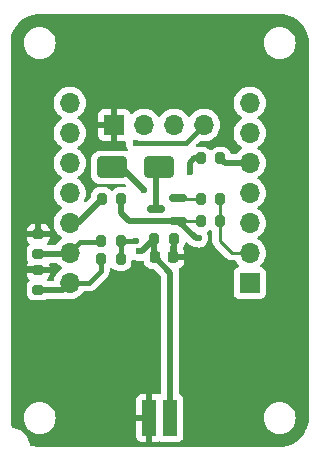
<source format=gbl>
G04 #@! TF.GenerationSoftware,KiCad,Pcbnew,7.0.5*
G04 #@! TF.CreationDate,2023-12-03T19:54:15+09:00*
G04 #@! TF.ProjectId,Misawa_DistanceSensor,4d697361-7761-45f4-9469-7374616e6365,v1.0*
G04 #@! TF.SameCoordinates,Original*
G04 #@! TF.FileFunction,Copper,L2,Bot*
G04 #@! TF.FilePolarity,Positive*
%FSLAX46Y46*%
G04 Gerber Fmt 4.6, Leading zero omitted, Abs format (unit mm)*
G04 Created by KiCad (PCBNEW 7.0.5) date 2023-12-03 19:54:15*
%MOMM*%
%LPD*%
G01*
G04 APERTURE LIST*
G04 Aperture macros list*
%AMRoundRect*
0 Rectangle with rounded corners*
0 $1 Rounding radius*
0 $2 $3 $4 $5 $6 $7 $8 $9 X,Y pos of 4 corners*
0 Add a 4 corners polygon primitive as box body*
4,1,4,$2,$3,$4,$5,$6,$7,$8,$9,$2,$3,0*
0 Add four circle primitives for the rounded corners*
1,1,$1+$1,$2,$3*
1,1,$1+$1,$4,$5*
1,1,$1+$1,$6,$7*
1,1,$1+$1,$8,$9*
0 Add four rect primitives between the rounded corners*
20,1,$1+$1,$2,$3,$4,$5,0*
20,1,$1+$1,$4,$5,$6,$7,0*
20,1,$1+$1,$6,$7,$8,$9,0*
20,1,$1+$1,$8,$9,$2,$3,0*%
G04 Aperture macros list end*
G04 #@! TA.AperFunction,ComponentPad*
%ADD10R,1.700000X1.700000*%
G04 #@! TD*
G04 #@! TA.AperFunction,ComponentPad*
%ADD11O,1.700000X1.700000*%
G04 #@! TD*
G04 #@! TA.AperFunction,SMDPad,CuDef*
%ADD12RoundRect,0.200000X-0.200000X-0.275000X0.200000X-0.275000X0.200000X0.275000X-0.200000X0.275000X0*%
G04 #@! TD*
G04 #@! TA.AperFunction,SMDPad,CuDef*
%ADD13RoundRect,0.200000X0.200000X0.275000X-0.200000X0.275000X-0.200000X-0.275000X0.200000X-0.275000X0*%
G04 #@! TD*
G04 #@! TA.AperFunction,SMDPad,CuDef*
%ADD14RoundRect,0.200000X0.275000X-0.200000X0.275000X0.200000X-0.275000X0.200000X-0.275000X-0.200000X0*%
G04 #@! TD*
G04 #@! TA.AperFunction,SMDPad,CuDef*
%ADD15RoundRect,0.225000X-0.225000X-0.250000X0.225000X-0.250000X0.225000X0.250000X-0.225000X0.250000X0*%
G04 #@! TD*
G04 #@! TA.AperFunction,SMDPad,CuDef*
%ADD16RoundRect,0.250000X-1.000000X-0.650000X1.000000X-0.650000X1.000000X0.650000X-1.000000X0.650000X0*%
G04 #@! TD*
G04 #@! TA.AperFunction,SMDPad,CuDef*
%ADD17RoundRect,0.150000X0.587500X0.150000X-0.587500X0.150000X-0.587500X-0.150000X0.587500X-0.150000X0*%
G04 #@! TD*
G04 #@! TA.AperFunction,SMDPad,CuDef*
%ADD18R,1.250000X3.050000*%
G04 #@! TD*
G04 #@! TA.AperFunction,ViaPad*
%ADD19C,0.600000*%
G04 #@! TD*
G04 #@! TA.AperFunction,Conductor*
%ADD20C,0.500000*%
G04 #@! TD*
G04 #@! TA.AperFunction,Conductor*
%ADD21C,0.250000*%
G04 #@! TD*
G04 #@! TA.AperFunction,Conductor*
%ADD22C,0.400000*%
G04 #@! TD*
G04 APERTURE END LIST*
D10*
X124320000Y-119030000D03*
D11*
X124320000Y-116490000D03*
X124320000Y-113950000D03*
X124320000Y-111410000D03*
X124320000Y-108870000D03*
X124320000Y-106330000D03*
X124320000Y-103790000D03*
X109080000Y-103790000D03*
X109080000Y-106330000D03*
X109080000Y-108870000D03*
X109080000Y-111410000D03*
X109080000Y-113950000D03*
X109080000Y-116490000D03*
X109080000Y-119030000D03*
D12*
X120167500Y-113823000D03*
X121817500Y-113823000D03*
X120193000Y-111918000D03*
X121843000Y-111918000D03*
X111748000Y-115474000D03*
X113398000Y-115474000D03*
D13*
X121843000Y-108489000D03*
X120193000Y-108489000D03*
D14*
X106413000Y-116553000D03*
X106413000Y-114903000D03*
D12*
X116256000Y-115347000D03*
X117906000Y-115347000D03*
D15*
X116293000Y-116871000D03*
X117843000Y-116871000D03*
D14*
X106413000Y-119601000D03*
X106413000Y-117951000D03*
D16*
X112668000Y-109251000D03*
X116668000Y-109251000D03*
D13*
X113398000Y-116998000D03*
X111748000Y-116998000D03*
X113461000Y-111918000D03*
X111811000Y-111918000D03*
D17*
X118272500Y-111857000D03*
X118272500Y-113757000D03*
X116397500Y-112807000D03*
D10*
X112850000Y-105650000D03*
D11*
X115390000Y-105650000D03*
X117930000Y-105650000D03*
X120470000Y-105650000D03*
D18*
X117575000Y-130457000D03*
X115825000Y-130457000D03*
D19*
X128130000Y-113950000D03*
X128130000Y-122840000D03*
X105270000Y-108870000D03*
X128130000Y-101250000D03*
X105270000Y-105060000D03*
X105270000Y-113950000D03*
X120764000Y-116871000D03*
X110350000Y-130460000D03*
X128130000Y-105060000D03*
X128130000Y-117760000D03*
X114414000Y-130457000D03*
X128130000Y-108870000D03*
X105270000Y-122840000D03*
X123050000Y-130460000D03*
X105397000Y-117887000D03*
X106413000Y-111918000D03*
X123050000Y-126650000D03*
X110350000Y-126650000D03*
X105270000Y-101250000D03*
X114922000Y-116363000D03*
X115347500Y-111156000D03*
X119240000Y-109632000D03*
X120002000Y-115220000D03*
X114668000Y-115474000D03*
X114668000Y-107219000D03*
D20*
X106413000Y-114903000D02*
X106413000Y-111918000D01*
X117906000Y-115347000D02*
X117906000Y-116808000D01*
X117843000Y-116871000D02*
X120764000Y-116871000D01*
X117906000Y-116808000D02*
X117843000Y-116871000D01*
X106349000Y-117887000D02*
X106413000Y-117951000D01*
X115825000Y-130457000D02*
X114414000Y-130457000D01*
X105397000Y-117887000D02*
X106349000Y-117887000D01*
X114922000Y-116363000D02*
X115240000Y-116363000D01*
X116293000Y-116871000D02*
X117575000Y-118153000D01*
X116256000Y-115347000D02*
X116256000Y-116834000D01*
X117575000Y-118153000D02*
X117575000Y-130457000D01*
X115240000Y-116363000D02*
X116256000Y-115347000D01*
X113442500Y-109251000D02*
X115347500Y-111156000D01*
X116256000Y-116834000D02*
X116293000Y-116871000D01*
X112668000Y-109251000D02*
X113442500Y-109251000D01*
X116397500Y-112807000D02*
X116397500Y-109521500D01*
X116397500Y-109521500D02*
X116668000Y-109251000D01*
D21*
X118333500Y-111918000D02*
X118272500Y-111857000D01*
X120230500Y-111918000D02*
X118333500Y-111918000D01*
D20*
X120002000Y-115220000D02*
X119735500Y-115220000D01*
D21*
X118338500Y-113823000D02*
X118272500Y-113757000D01*
D20*
X113461000Y-113124000D02*
X114094000Y-113757000D01*
D21*
X120205000Y-113823000D02*
X118338500Y-113823000D01*
D20*
X119621000Y-108489000D02*
X120193000Y-108489000D01*
X119735500Y-115220000D02*
X118272500Y-113757000D01*
X114094000Y-113757000D02*
X118272500Y-113757000D01*
X119240000Y-108870000D02*
X119621000Y-108489000D01*
X119240000Y-109632000D02*
X119240000Y-108870000D01*
X113461000Y-111918000D02*
X113461000Y-113124000D01*
D21*
X121780000Y-113823000D02*
X121780000Y-111943500D01*
X124320000Y-116490000D02*
X122796000Y-116490000D01*
X122796000Y-116490000D02*
X121780000Y-115474000D01*
X121780000Y-111943500D02*
X121805500Y-111918000D01*
X121780000Y-115474000D02*
X121780000Y-113823000D01*
D20*
X106413000Y-119601000D02*
X108509000Y-119601000D01*
X108509000Y-119601000D02*
X109080000Y-119030000D01*
D22*
X110731000Y-119030000D02*
X111748000Y-118013000D01*
X111748000Y-118013000D02*
X111748000Y-116998000D01*
X109080000Y-119030000D02*
X110731000Y-119030000D01*
D20*
X106413000Y-116553000D02*
X109017000Y-116553000D01*
D22*
X109969000Y-115601000D02*
X111621000Y-115601000D01*
X111621000Y-115601000D02*
X111748000Y-115474000D01*
X109080000Y-116490000D02*
X109969000Y-115601000D01*
D20*
X109017000Y-116553000D02*
X109080000Y-116490000D01*
X124320000Y-108870000D02*
X122224000Y-108870000D01*
X122224000Y-108870000D02*
X121843000Y-108489000D01*
D22*
X113398000Y-115474000D02*
X113398000Y-116998000D01*
X113398000Y-115474000D02*
X114668000Y-115474000D01*
X114668000Y-107219000D02*
X118901000Y-107219000D01*
X118901000Y-107219000D02*
X120470000Y-105650000D01*
D20*
X109779000Y-113950000D02*
X111811000Y-111918000D01*
X109080000Y-113950000D02*
X109779000Y-113950000D01*
G04 #@! TA.AperFunction,Conductor*
G36*
X126815019Y-96247237D02*
G01*
X126815049Y-96247242D01*
X126835469Y-96247242D01*
X126858097Y-96247242D01*
X126861900Y-96247356D01*
X127153055Y-96264968D01*
X127160597Y-96265884D01*
X127445639Y-96318120D01*
X127453012Y-96319937D01*
X127724439Y-96404518D01*
X127729667Y-96406147D01*
X127736777Y-96408843D01*
X128001031Y-96527774D01*
X128007763Y-96531308D01*
X128255756Y-96681225D01*
X128262004Y-96685539D01*
X128490118Y-96864254D01*
X128495800Y-96869288D01*
X128700710Y-97074198D01*
X128705746Y-97079882D01*
X128796021Y-97195110D01*
X128884456Y-97307989D01*
X128888776Y-97314247D01*
X128916133Y-97359500D01*
X129038691Y-97562236D01*
X129042228Y-97568974D01*
X129160873Y-97832593D01*
X129161152Y-97833212D01*
X129163852Y-97840332D01*
X129250060Y-98116982D01*
X129251883Y-98124376D01*
X129304114Y-98409395D01*
X129305032Y-98416954D01*
X129322643Y-98708097D01*
X129322758Y-98711902D01*
X129322758Y-98734535D01*
X129324500Y-130448359D01*
X129324500Y-130458097D01*
X129324385Y-130461902D01*
X129306761Y-130753255D01*
X129305843Y-130760814D01*
X129253574Y-131046039D01*
X129251752Y-131053432D01*
X129165481Y-131330285D01*
X129162781Y-131337406D01*
X129043773Y-131601827D01*
X129040234Y-131608569D01*
X128890217Y-131856731D01*
X128885891Y-131862999D01*
X128707053Y-132091268D01*
X128702004Y-132096967D01*
X128496967Y-132302004D01*
X128491268Y-132307053D01*
X128262999Y-132485891D01*
X128256731Y-132490217D01*
X128008569Y-132640234D01*
X128001827Y-132643773D01*
X127836304Y-132718270D01*
X127763389Y-132751087D01*
X127737406Y-132762781D01*
X127730285Y-132765481D01*
X127453432Y-132851752D01*
X127446039Y-132853574D01*
X127160814Y-132905843D01*
X127153255Y-132906761D01*
X126898975Y-132922142D01*
X126861900Y-132924385D01*
X126858097Y-132924500D01*
X106541903Y-132924500D01*
X106538099Y-132924385D01*
X106494246Y-132921732D01*
X106246744Y-132906761D01*
X106239185Y-132905843D01*
X106056466Y-132872358D01*
X105953956Y-132853573D01*
X105946566Y-132851751D01*
X105807543Y-132808430D01*
X105748457Y-132769067D01*
X105722187Y-132716173D01*
X105705662Y-132643773D01*
X105669434Y-132485048D01*
X105574039Y-132241983D01*
X105452025Y-132030649D01*
X105443483Y-132015854D01*
X105319190Y-131859996D01*
X105280679Y-131811704D01*
X105089268Y-131634101D01*
X105089171Y-131634035D01*
X104922488Y-131520391D01*
X104873526Y-131487009D01*
X104873523Y-131487008D01*
X104873521Y-131487006D01*
X104873520Y-131487005D01*
X104638270Y-131373716D01*
X104638263Y-131373713D01*
X104388765Y-131296753D01*
X104388755Y-131296751D01*
X104293988Y-131282467D01*
X104229609Y-131252535D01*
X104192474Y-131195360D01*
X104148243Y-131053417D01*
X104146429Y-131046055D01*
X104094155Y-130760807D01*
X104093239Y-130753265D01*
X104075613Y-130461869D01*
X104075557Y-130460000D01*
X105184341Y-130460000D01*
X105204937Y-130695411D01*
X105266096Y-130923661D01*
X105266098Y-130923665D01*
X105365966Y-131137832D01*
X105501498Y-131331392D01*
X105501502Y-131331397D01*
X105501505Y-131331401D01*
X105668599Y-131498495D01*
X105668603Y-131498498D01*
X105668607Y-131498501D01*
X105862167Y-131634033D01*
X105862166Y-131634033D01*
X105938304Y-131669536D01*
X106076337Y-131733903D01*
X106304592Y-131795063D01*
X106481034Y-131810500D01*
X106481041Y-131810500D01*
X106598959Y-131810500D01*
X106598966Y-131810500D01*
X106775408Y-131795063D01*
X107003663Y-131733903D01*
X107217829Y-131634035D01*
X107411401Y-131498495D01*
X107578495Y-131331401D01*
X107714035Y-131137830D01*
X107813903Y-130923663D01*
X107870885Y-130711000D01*
X114692000Y-130711000D01*
X114692000Y-132030597D01*
X114698505Y-132091093D01*
X114749555Y-132227964D01*
X114749555Y-132227965D01*
X114837095Y-132344904D01*
X114954034Y-132432444D01*
X115090906Y-132483494D01*
X115151402Y-132489999D01*
X115151415Y-132490000D01*
X115571000Y-132490000D01*
X115571000Y-130711000D01*
X114692000Y-130711000D01*
X107870885Y-130711000D01*
X107875063Y-130695408D01*
X107895659Y-130460000D01*
X107875063Y-130224592D01*
X107869278Y-130203000D01*
X114692000Y-130203000D01*
X115571000Y-130203000D01*
X115571000Y-128424000D01*
X115151402Y-128424000D01*
X115090906Y-128430505D01*
X114954035Y-128481555D01*
X114954034Y-128481555D01*
X114837095Y-128569095D01*
X114749555Y-128686034D01*
X114749555Y-128686035D01*
X114698505Y-128822906D01*
X114692000Y-128883402D01*
X114692000Y-130203000D01*
X107869278Y-130203000D01*
X107813903Y-129996337D01*
X107714035Y-129782171D01*
X107714034Y-129782169D01*
X107714033Y-129782167D01*
X107578501Y-129588607D01*
X107578497Y-129588602D01*
X107578495Y-129588599D01*
X107411401Y-129421505D01*
X107411397Y-129421502D01*
X107411392Y-129421498D01*
X107217832Y-129285966D01*
X107217833Y-129285966D01*
X107003665Y-129186098D01*
X107003661Y-129186096D01*
X106775411Y-129124937D01*
X106722475Y-129120305D01*
X106598966Y-129109500D01*
X106481034Y-129109500D01*
X106368752Y-129119323D01*
X106304588Y-129124937D01*
X106076338Y-129186096D01*
X106076334Y-129186098D01*
X105862167Y-129285966D01*
X105668607Y-129421498D01*
X105668596Y-129421507D01*
X105501507Y-129588596D01*
X105501502Y-129588602D01*
X105365965Y-129782169D01*
X105266098Y-129996334D01*
X105266096Y-129996338D01*
X105204937Y-130224588D01*
X105184341Y-130460000D01*
X104075557Y-130460000D01*
X104075500Y-130458126D01*
X104075500Y-130435469D01*
X104075500Y-119858261D01*
X105429500Y-119858261D01*
X105435986Y-119929646D01*
X105435986Y-119929647D01*
X105487170Y-120093906D01*
X105487172Y-120093911D01*
X105487173Y-120093913D01*
X105533888Y-120171189D01*
X105576184Y-120241155D01*
X105576188Y-120241160D01*
X105697839Y-120362811D01*
X105697844Y-120362815D01*
X105697845Y-120362816D01*
X105845087Y-120451827D01*
X106009351Y-120503013D01*
X106080735Y-120509500D01*
X106745264Y-120509499D01*
X106816649Y-120503013D01*
X106980913Y-120451827D01*
X107103580Y-120377671D01*
X107168765Y-120359500D01*
X108444559Y-120359500D01*
X108462819Y-120360830D01*
X108467715Y-120361547D01*
X108486789Y-120364341D01*
X108520146Y-120361422D01*
X108539385Y-120359740D01*
X108544878Y-120359500D01*
X108553175Y-120359500D01*
X108553180Y-120359500D01*
X108575230Y-120356922D01*
X108585182Y-120355759D01*
X108586985Y-120355574D01*
X108663426Y-120348887D01*
X108663430Y-120348885D01*
X108670618Y-120347402D01*
X108671021Y-120349355D01*
X108731918Y-120347250D01*
X108741534Y-120350129D01*
X108745365Y-120351444D01*
X108967431Y-120388500D01*
X108967435Y-120388500D01*
X109192565Y-120388500D01*
X109192569Y-120388500D01*
X109414635Y-120351444D01*
X109627574Y-120278342D01*
X109825576Y-120171189D01*
X110003240Y-120032906D01*
X110155722Y-119867268D01*
X110202554Y-119795585D01*
X110256558Y-119749496D01*
X110308038Y-119738500D01*
X110707685Y-119738500D01*
X110711488Y-119738614D01*
X110774093Y-119742402D01*
X110835812Y-119731091D01*
X110839525Y-119730526D01*
X110901801Y-119722965D01*
X110911330Y-119719350D01*
X110933304Y-119713226D01*
X110943329Y-119711389D01*
X111000552Y-119685634D01*
X111004009Y-119684202D01*
X111062675Y-119661954D01*
X111071066Y-119656161D01*
X111090922Y-119644961D01*
X111100226Y-119640775D01*
X111149636Y-119602063D01*
X111152621Y-119599867D01*
X111204273Y-119564215D01*
X111245896Y-119517231D01*
X111248449Y-119514519D01*
X112232519Y-118530449D01*
X112235231Y-118527896D01*
X112282215Y-118486273D01*
X112317867Y-118434621D01*
X112320079Y-118431615D01*
X112358775Y-118382226D01*
X112362954Y-118372939D01*
X112374162Y-118353065D01*
X112379954Y-118344675D01*
X112402204Y-118286002D01*
X112403651Y-118282512D01*
X112411796Y-118264415D01*
X112429388Y-118225329D01*
X112431225Y-118215300D01*
X112437349Y-118193335D01*
X112440965Y-118183801D01*
X112448528Y-118121509D01*
X112449093Y-118117796D01*
X112460401Y-118056093D01*
X112456614Y-117993498D01*
X112456500Y-117989696D01*
X112456500Y-117837662D01*
X112476502Y-117769541D01*
X112530158Y-117723048D01*
X112600432Y-117712944D01*
X112665012Y-117742438D01*
X112671595Y-117748567D01*
X112757839Y-117834811D01*
X112757844Y-117834815D01*
X112757845Y-117834816D01*
X112905087Y-117923827D01*
X113069351Y-117975013D01*
X113140735Y-117981500D01*
X113655264Y-117981499D01*
X113726649Y-117975013D01*
X113890913Y-117923827D01*
X114038155Y-117834816D01*
X114159816Y-117713155D01*
X114248827Y-117565913D01*
X114300013Y-117401649D01*
X114306500Y-117330265D01*
X114306499Y-117159090D01*
X114326501Y-117090972D01*
X114380156Y-117044479D01*
X114450430Y-117034374D01*
X114499535Y-117052405D01*
X114554563Y-117086981D01*
X114568985Y-117096043D01*
X114740953Y-117156217D01*
X114922000Y-117176616D01*
X115103047Y-117156217D01*
X115168693Y-117133246D01*
X115213956Y-117126229D01*
X115217781Y-117126339D01*
X115217789Y-117126341D01*
X115217796Y-117126340D01*
X115219922Y-117126402D01*
X115287435Y-117148370D01*
X115332353Y-117203351D01*
X115341617Y-117239540D01*
X115344763Y-117270333D01*
X115344764Y-117270336D01*
X115398698Y-117433101D01*
X115435588Y-117492908D01*
X115488715Y-117579040D01*
X115488720Y-117579046D01*
X115609953Y-117700279D01*
X115609959Y-117700284D01*
X115609960Y-117700285D01*
X115755899Y-117790302D01*
X115918664Y-117844236D01*
X115938756Y-117846288D01*
X116019120Y-117854500D01*
X116019128Y-117854500D01*
X116151628Y-117854500D01*
X116219749Y-117874502D01*
X116240723Y-117891404D01*
X116779595Y-118430275D01*
X116813620Y-118492588D01*
X116816500Y-118519371D01*
X116816500Y-128345037D01*
X116796498Y-128413158D01*
X116742842Y-128459651D01*
X116672568Y-128469755D01*
X116646469Y-128463093D01*
X116559095Y-128430505D01*
X116559096Y-128430505D01*
X116498597Y-128424000D01*
X116079000Y-128424000D01*
X116079000Y-132490000D01*
X116498585Y-132490000D01*
X116498597Y-132489999D01*
X116559092Y-132483494D01*
X116655252Y-132447629D01*
X116726068Y-132442564D01*
X116743318Y-132447630D01*
X116840795Y-132483988D01*
X116840803Y-132483990D01*
X116901350Y-132490499D01*
X116901355Y-132490499D01*
X116901362Y-132490500D01*
X116901368Y-132490500D01*
X118248632Y-132490500D01*
X118248638Y-132490500D01*
X118248645Y-132490499D01*
X118248649Y-132490499D01*
X118309196Y-132483990D01*
X118309199Y-132483989D01*
X118309201Y-132483989D01*
X118446204Y-132432889D01*
X118446799Y-132432444D01*
X118563261Y-132345261D01*
X118650887Y-132228207D01*
X118650887Y-132228206D01*
X118650889Y-132228204D01*
X118701989Y-132091201D01*
X118703926Y-132073190D01*
X118708499Y-132030649D01*
X118708500Y-132030632D01*
X118708500Y-130460000D01*
X125504341Y-130460000D01*
X125524937Y-130695411D01*
X125586096Y-130923661D01*
X125586098Y-130923665D01*
X125685966Y-131137832D01*
X125821498Y-131331392D01*
X125821502Y-131331397D01*
X125821505Y-131331401D01*
X125988599Y-131498495D01*
X125988603Y-131498498D01*
X125988607Y-131498501D01*
X126182167Y-131634033D01*
X126182166Y-131634033D01*
X126258304Y-131669536D01*
X126396337Y-131733903D01*
X126624592Y-131795063D01*
X126801034Y-131810500D01*
X126801041Y-131810500D01*
X126918959Y-131810500D01*
X126918966Y-131810500D01*
X127095408Y-131795063D01*
X127323663Y-131733903D01*
X127537829Y-131634035D01*
X127731401Y-131498495D01*
X127898495Y-131331401D01*
X128034035Y-131137830D01*
X128133903Y-130923663D01*
X128195063Y-130695408D01*
X128215659Y-130460000D01*
X128195063Y-130224592D01*
X128133903Y-129996337D01*
X128034035Y-129782171D01*
X128034034Y-129782169D01*
X128034033Y-129782167D01*
X127898501Y-129588607D01*
X127898497Y-129588602D01*
X127898495Y-129588599D01*
X127731401Y-129421505D01*
X127731397Y-129421502D01*
X127731392Y-129421498D01*
X127537832Y-129285966D01*
X127537833Y-129285966D01*
X127323665Y-129186098D01*
X127323661Y-129186096D01*
X127095411Y-129124937D01*
X127042475Y-129120305D01*
X126918966Y-129109500D01*
X126801034Y-129109500D01*
X126688752Y-129119323D01*
X126624588Y-129124937D01*
X126396338Y-129186096D01*
X126396334Y-129186098D01*
X126182167Y-129285966D01*
X125988607Y-129421498D01*
X125988596Y-129421507D01*
X125821507Y-129588596D01*
X125821502Y-129588602D01*
X125685965Y-129782169D01*
X125586098Y-129996334D01*
X125586096Y-129996338D01*
X125524937Y-130224588D01*
X125504341Y-130460000D01*
X118708500Y-130460000D01*
X118708500Y-128883367D01*
X118708499Y-128883350D01*
X118701990Y-128822803D01*
X118701988Y-128822795D01*
X118650978Y-128686035D01*
X118650889Y-128685796D01*
X118650888Y-128685794D01*
X118650887Y-128685792D01*
X118563261Y-128568738D01*
X118446207Y-128481112D01*
X118446204Y-128481111D01*
X118415466Y-128469646D01*
X118358631Y-128427099D01*
X118333821Y-128360578D01*
X118333500Y-128351591D01*
X118333500Y-118217441D01*
X118334830Y-118199182D01*
X118335940Y-118191600D01*
X118338341Y-118175211D01*
X118335875Y-118147027D01*
X118333740Y-118122614D01*
X118333500Y-118117121D01*
X118333500Y-118108813D01*
X118329759Y-118076822D01*
X118329575Y-118075033D01*
X118322887Y-117998574D01*
X118322885Y-117998570D01*
X118321403Y-117991388D01*
X118321469Y-117991374D01*
X118319837Y-117984012D01*
X118319772Y-117984028D01*
X118318080Y-117976890D01*
X118308336Y-117950119D01*
X118303833Y-117879266D01*
X118338350Y-117817225D01*
X118373496Y-117792825D01*
X118379891Y-117789843D01*
X118525728Y-117699890D01*
X118525734Y-117699885D01*
X118646885Y-117578734D01*
X118646890Y-117578728D01*
X118736847Y-117432884D01*
X118790742Y-117270241D01*
X118790744Y-117270229D01*
X118800999Y-117169852D01*
X118801000Y-117169852D01*
X118801000Y-117125000D01*
X117715000Y-117125000D01*
X117646879Y-117104998D01*
X117600386Y-117051342D01*
X117589000Y-116999000D01*
X117589000Y-115963191D01*
X117609002Y-115895070D01*
X117625905Y-115874096D01*
X117652000Y-115848001D01*
X117652000Y-115219000D01*
X117672002Y-115150879D01*
X117725658Y-115104386D01*
X117778000Y-115093000D01*
X118034000Y-115093000D01*
X118102121Y-115113002D01*
X118148614Y-115166658D01*
X118160000Y-115219000D01*
X118160000Y-116254808D01*
X118139998Y-116322929D01*
X118123096Y-116343903D01*
X118097000Y-116369999D01*
X118097000Y-116617000D01*
X118801000Y-116617000D01*
X118801000Y-116572147D01*
X118790744Y-116471770D01*
X118790742Y-116471758D01*
X118736847Y-116309115D01*
X118666684Y-116195362D01*
X118647947Y-116126882D01*
X118666097Y-116064030D01*
X118756365Y-115914707D01*
X118807518Y-115750553D01*
X118807518Y-115750552D01*
X118813999Y-115679227D01*
X118813999Y-115675389D01*
X118833991Y-115607265D01*
X118887640Y-115560764D01*
X118957912Y-115550650D01*
X119022497Y-115580133D01*
X119029094Y-115586275D01*
X119153592Y-115710773D01*
X119165565Y-115724627D01*
X119180031Y-115744058D01*
X119216308Y-115774498D01*
X119220475Y-115777994D01*
X119224521Y-115781702D01*
X119230399Y-115787580D01*
X119230400Y-115787581D01*
X119255670Y-115807562D01*
X119257084Y-115808713D01*
X119315860Y-115858032D01*
X119315866Y-115858035D01*
X119321995Y-115862067D01*
X119321957Y-115862123D01*
X119328313Y-115866172D01*
X119328349Y-115866115D01*
X119334594Y-115869967D01*
X119404171Y-115902410D01*
X119405683Y-115903141D01*
X119474312Y-115937609D01*
X119474314Y-115937609D01*
X119481207Y-115940118D01*
X119481184Y-115940180D01*
X119488310Y-115942657D01*
X119488331Y-115942595D01*
X119495293Y-115944902D01*
X119570492Y-115960428D01*
X119572129Y-115960791D01*
X119646844Y-115978500D01*
X119646846Y-115978500D01*
X119654132Y-115979352D01*
X119654124Y-115979418D01*
X119661622Y-115980184D01*
X119661628Y-115980118D01*
X119668935Y-115980756D01*
X119668942Y-115980758D01*
X119700355Y-115979843D01*
X119745630Y-115986860D01*
X119820953Y-116013217D01*
X120002000Y-116033616D01*
X120183047Y-116013217D01*
X120355015Y-115953043D01*
X120509281Y-115856111D01*
X120638111Y-115727281D01*
X120735043Y-115573015D01*
X120795217Y-115401047D01*
X120815616Y-115220000D01*
X120795217Y-115038953D01*
X120735043Y-114866985D01*
X120728896Y-114857202D01*
X120709590Y-114788884D01*
X120730284Y-114720970D01*
X120770399Y-114682337D01*
X120807655Y-114659816D01*
X120903406Y-114564064D01*
X120965716Y-114530041D01*
X121036532Y-114535105D01*
X121081595Y-114564066D01*
X121109595Y-114592066D01*
X121143621Y-114654378D01*
X121146500Y-114681161D01*
X121146500Y-115390146D01*
X121144751Y-115405988D01*
X121145044Y-115406016D01*
X121144298Y-115413908D01*
X121146469Y-115482974D01*
X121146500Y-115484953D01*
X121146500Y-115513851D01*
X121146501Y-115513872D01*
X121147378Y-115520820D01*
X121147844Y-115526732D01*
X121149326Y-115573888D01*
X121149327Y-115573893D01*
X121154977Y-115593339D01*
X121158986Y-115612697D01*
X121161525Y-115632793D01*
X121161526Y-115632799D01*
X121178893Y-115676662D01*
X121180816Y-115682279D01*
X121193982Y-115727593D01*
X121204294Y-115745031D01*
X121212988Y-115762779D01*
X121220444Y-115781609D01*
X121220450Y-115781620D01*
X121248177Y-115819783D01*
X121251437Y-115824746D01*
X121261172Y-115841206D01*
X121273542Y-115862123D01*
X121275460Y-115865365D01*
X121289779Y-115879684D01*
X121302617Y-115894714D01*
X121302876Y-115895070D01*
X121314528Y-115911107D01*
X121316622Y-115912839D01*
X121350886Y-115941185D01*
X121355267Y-115945171D01*
X121840183Y-116430087D01*
X122288752Y-116878656D01*
X122298722Y-116891100D01*
X122298950Y-116890913D01*
X122304001Y-116897019D01*
X122354371Y-116944319D01*
X122355761Y-116945666D01*
X122366009Y-116955914D01*
X122376224Y-116966130D01*
X122376228Y-116966133D01*
X122376230Y-116966135D01*
X122381782Y-116970442D01*
X122386269Y-116974273D01*
X122408959Y-116995581D01*
X122420677Y-117006585D01*
X122420679Y-117006586D01*
X122438428Y-117016343D01*
X122454953Y-117027198D01*
X122470959Y-117039614D01*
X122500519Y-117052405D01*
X122514262Y-117058352D01*
X122519583Y-117060958D01*
X122560940Y-117083695D01*
X122560948Y-117083697D01*
X122580558Y-117088732D01*
X122599267Y-117095137D01*
X122617855Y-117103181D01*
X122664477Y-117110564D01*
X122670262Y-117111763D01*
X122715970Y-117123500D01*
X122736224Y-117123500D01*
X122755934Y-117125051D01*
X122758141Y-117125400D01*
X122775943Y-117128220D01*
X122810007Y-117125000D01*
X122822917Y-117123780D01*
X122828850Y-117123500D01*
X123042962Y-117123500D01*
X123111083Y-117143502D01*
X123148445Y-117180585D01*
X123244275Y-117327265D01*
X123244280Y-117327270D01*
X123387475Y-117482820D01*
X123418896Y-117546485D01*
X123410909Y-117617031D01*
X123366051Y-117672060D01*
X123338807Y-117686213D01*
X123223797Y-117729110D01*
X123223792Y-117729112D01*
X123106738Y-117816738D01*
X123019112Y-117933792D01*
X123019110Y-117933797D01*
X122968011Y-118070795D01*
X122968009Y-118070803D01*
X122961500Y-118131350D01*
X122961500Y-119928649D01*
X122968009Y-119989196D01*
X122968011Y-119989204D01*
X123019110Y-120126202D01*
X123019112Y-120126207D01*
X123106738Y-120243261D01*
X123223792Y-120330887D01*
X123223794Y-120330888D01*
X123223796Y-120330889D01*
X123272050Y-120348887D01*
X123360795Y-120381988D01*
X123360803Y-120381990D01*
X123421350Y-120388499D01*
X123421355Y-120388499D01*
X123421362Y-120388500D01*
X123421368Y-120388500D01*
X125218632Y-120388500D01*
X125218638Y-120388500D01*
X125218645Y-120388499D01*
X125218649Y-120388499D01*
X125279196Y-120381990D01*
X125279199Y-120381989D01*
X125279201Y-120381989D01*
X125416204Y-120330889D01*
X125486399Y-120278342D01*
X125533261Y-120243261D01*
X125620887Y-120126207D01*
X125620887Y-120126206D01*
X125620889Y-120126204D01*
X125671989Y-119989201D01*
X125678500Y-119928638D01*
X125678500Y-118131362D01*
X125677444Y-118121539D01*
X125671990Y-118070803D01*
X125671988Y-118070795D01*
X125620889Y-117933797D01*
X125620887Y-117933792D01*
X125533261Y-117816738D01*
X125416207Y-117729112D01*
X125416203Y-117729110D01*
X125301192Y-117686213D01*
X125244356Y-117643667D01*
X125219546Y-117577146D01*
X125234638Y-117507772D01*
X125252525Y-117482820D01*
X125395714Y-117327277D01*
X125395724Y-117327265D01*
X125432919Y-117270333D01*
X125518860Y-117138791D01*
X125609296Y-116932616D01*
X125664564Y-116714368D01*
X125683156Y-116490000D01*
X125664564Y-116265632D01*
X125657060Y-116236000D01*
X125609297Y-116047387D01*
X125609296Y-116047386D01*
X125609296Y-116047384D01*
X125518860Y-115841209D01*
X125483823Y-115787581D01*
X125395724Y-115652734D01*
X125395720Y-115652729D01*
X125243237Y-115487091D01*
X125139036Y-115405988D01*
X125065576Y-115348811D01*
X125032319Y-115330813D01*
X124981929Y-115280802D01*
X124966576Y-115211485D01*
X124991136Y-115144872D01*
X125032320Y-115109186D01*
X125065576Y-115091189D01*
X125243240Y-114952906D01*
X125395722Y-114787268D01*
X125518860Y-114598791D01*
X125609296Y-114392616D01*
X125664564Y-114174368D01*
X125683156Y-113950000D01*
X125664564Y-113725632D01*
X125658030Y-113699829D01*
X125609297Y-113507387D01*
X125609296Y-113507386D01*
X125609296Y-113507384D01*
X125518860Y-113301209D01*
X125454057Y-113202020D01*
X125395724Y-113112734D01*
X125395720Y-113112729D01*
X125243237Y-112947091D01*
X125150412Y-112874842D01*
X125065576Y-112808811D01*
X125032319Y-112790813D01*
X124981929Y-112740802D01*
X124966576Y-112671485D01*
X124991136Y-112604872D01*
X125032320Y-112569186D01*
X125032577Y-112569047D01*
X125065576Y-112551189D01*
X125243240Y-112412906D01*
X125395722Y-112247268D01*
X125518860Y-112058791D01*
X125609296Y-111852616D01*
X125664564Y-111634368D01*
X125683156Y-111410000D01*
X125664564Y-111185632D01*
X125638114Y-111081184D01*
X125609297Y-110967387D01*
X125609296Y-110967386D01*
X125609296Y-110967384D01*
X125518860Y-110761209D01*
X125490224Y-110717378D01*
X125395724Y-110572734D01*
X125395720Y-110572729D01*
X125278701Y-110445615D01*
X125243240Y-110407094D01*
X125243239Y-110407093D01*
X125243237Y-110407091D01*
X125161382Y-110343381D01*
X125065576Y-110268811D01*
X125065569Y-110268807D01*
X125032318Y-110250812D01*
X124981928Y-110200798D01*
X124966576Y-110131481D01*
X124991137Y-110064869D01*
X125032315Y-110029188D01*
X125065576Y-110011189D01*
X125243240Y-109872906D01*
X125395722Y-109707268D01*
X125518860Y-109518791D01*
X125609296Y-109312616D01*
X125664564Y-109094368D01*
X125683156Y-108870000D01*
X125664564Y-108645632D01*
X125621266Y-108474652D01*
X125609297Y-108427387D01*
X125609296Y-108427386D01*
X125609296Y-108427384D01*
X125518860Y-108221209D01*
X125452490Y-108119622D01*
X125395724Y-108032734D01*
X125395720Y-108032729D01*
X125277214Y-107903999D01*
X125243240Y-107867094D01*
X125243239Y-107867093D01*
X125243237Y-107867091D01*
X125142601Y-107788763D01*
X125065576Y-107728811D01*
X125060901Y-107726281D01*
X125032318Y-107710812D01*
X124981928Y-107660798D01*
X124966576Y-107591481D01*
X124991137Y-107524869D01*
X125032315Y-107489188D01*
X125065576Y-107471189D01*
X125243240Y-107332906D01*
X125395722Y-107167268D01*
X125518860Y-106978791D01*
X125609296Y-106772616D01*
X125664564Y-106554368D01*
X125683156Y-106330000D01*
X125664564Y-106105632D01*
X125609296Y-105887384D01*
X125518860Y-105681209D01*
X125451503Y-105578111D01*
X125395724Y-105492734D01*
X125395720Y-105492729D01*
X125243237Y-105327091D01*
X125161382Y-105263381D01*
X125065576Y-105188811D01*
X125032319Y-105170813D01*
X124981929Y-105120802D01*
X124966576Y-105051485D01*
X124991136Y-104984872D01*
X125032320Y-104949186D01*
X125065576Y-104931189D01*
X125243240Y-104792906D01*
X125395722Y-104627268D01*
X125518860Y-104438791D01*
X125609296Y-104232616D01*
X125664564Y-104014368D01*
X125683156Y-103790000D01*
X125664564Y-103565632D01*
X125609296Y-103347384D01*
X125518860Y-103141209D01*
X125512140Y-103130924D01*
X125395724Y-102952734D01*
X125395720Y-102952729D01*
X125243237Y-102787091D01*
X125161382Y-102723381D01*
X125065576Y-102648811D01*
X124867574Y-102541658D01*
X124867572Y-102541657D01*
X124867571Y-102541656D01*
X124654639Y-102468557D01*
X124654630Y-102468555D01*
X124610476Y-102461187D01*
X124432569Y-102431500D01*
X124207431Y-102431500D01*
X124059211Y-102456233D01*
X123985369Y-102468555D01*
X123985360Y-102468557D01*
X123772428Y-102541656D01*
X123772426Y-102541658D01*
X123574426Y-102648810D01*
X123574424Y-102648811D01*
X123396762Y-102787091D01*
X123244279Y-102952729D01*
X123244275Y-102952734D01*
X123121141Y-103141206D01*
X123030703Y-103347386D01*
X123030702Y-103347387D01*
X122975437Y-103565624D01*
X122956844Y-103790000D01*
X122975437Y-104014375D01*
X123030702Y-104232612D01*
X123030703Y-104232613D01*
X123030704Y-104232616D01*
X123081998Y-104349555D01*
X123121141Y-104438793D01*
X123244275Y-104627265D01*
X123244279Y-104627270D01*
X123396762Y-104792908D01*
X123451331Y-104835381D01*
X123574424Y-104931189D01*
X123607680Y-104949186D01*
X123658071Y-104999200D01*
X123673423Y-105068516D01*
X123648862Y-105135129D01*
X123607680Y-105170813D01*
X123574426Y-105188810D01*
X123574424Y-105188811D01*
X123396762Y-105327091D01*
X123244279Y-105492729D01*
X123244275Y-105492734D01*
X123121141Y-105681206D01*
X123030703Y-105887386D01*
X123030702Y-105887387D01*
X122975437Y-106105624D01*
X122975436Y-106105630D01*
X122975436Y-106105632D01*
X122959430Y-106298791D01*
X122956844Y-106330000D01*
X122975437Y-106554375D01*
X123030702Y-106772612D01*
X123030703Y-106772613D01*
X123030704Y-106772616D01*
X123117917Y-106971444D01*
X123121141Y-106978793D01*
X123244275Y-107167265D01*
X123244279Y-107167270D01*
X123396762Y-107332908D01*
X123449371Y-107373855D01*
X123574424Y-107471189D01*
X123607674Y-107489183D01*
X123607680Y-107489186D01*
X123658071Y-107539200D01*
X123673423Y-107608516D01*
X123648862Y-107675129D01*
X123607680Y-107710813D01*
X123574426Y-107728810D01*
X123574424Y-107728811D01*
X123396762Y-107867091D01*
X123244277Y-108032733D01*
X123230110Y-108054417D01*
X123176105Y-108100505D01*
X123124628Y-108111500D01*
X122845874Y-108111500D01*
X122777753Y-108091498D01*
X122731260Y-108037842D01*
X122725579Y-108022984D01*
X122693829Y-107921093D01*
X122693827Y-107921088D01*
X122693827Y-107921087D01*
X122604816Y-107773845D01*
X122604815Y-107773844D01*
X122604811Y-107773839D01*
X122483160Y-107652188D01*
X122483155Y-107652184D01*
X122382740Y-107591481D01*
X122335913Y-107563173D01*
X122335912Y-107563172D01*
X122335911Y-107563172D01*
X122335906Y-107563170D01*
X122171646Y-107511986D01*
X122119722Y-107507268D01*
X122100265Y-107505500D01*
X122100262Y-107505500D01*
X121585738Y-107505500D01*
X121514353Y-107511986D01*
X121514352Y-107511986D01*
X121350093Y-107563170D01*
X121350088Y-107563172D01*
X121202844Y-107652184D01*
X121202839Y-107652188D01*
X121107095Y-107747933D01*
X121044783Y-107781959D01*
X120973968Y-107776894D01*
X120928905Y-107747933D01*
X120833160Y-107652188D01*
X120833155Y-107652184D01*
X120732740Y-107591481D01*
X120685913Y-107563173D01*
X120685912Y-107563172D01*
X120685911Y-107563172D01*
X120685906Y-107563170D01*
X120521646Y-107511986D01*
X120469722Y-107507268D01*
X120450265Y-107505500D01*
X120450262Y-107505500D01*
X119935739Y-107505500D01*
X119931113Y-107505921D01*
X119861463Y-107492160D01*
X119810309Y-107442928D01*
X119793893Y-107373855D01*
X119817426Y-107306872D01*
X119830620Y-107291348D01*
X120102497Y-107019471D01*
X120164807Y-106985447D01*
X120212324Y-106984286D01*
X120357431Y-107008500D01*
X120357436Y-107008500D01*
X120582565Y-107008500D01*
X120582569Y-107008500D01*
X120804635Y-106971444D01*
X121017574Y-106898342D01*
X121215576Y-106791189D01*
X121393240Y-106652906D01*
X121545722Y-106487268D01*
X121668860Y-106298791D01*
X121759296Y-106092616D01*
X121814564Y-105874368D01*
X121833156Y-105650000D01*
X121814564Y-105425632D01*
X121759296Y-105207384D01*
X121668860Y-105001209D01*
X121658187Y-104984872D01*
X121545724Y-104812734D01*
X121545720Y-104812729D01*
X121393237Y-104647091D01*
X121273679Y-104554035D01*
X121215576Y-104508811D01*
X121017574Y-104401658D01*
X121017572Y-104401657D01*
X121017571Y-104401656D01*
X120804639Y-104328557D01*
X120804630Y-104328555D01*
X120760476Y-104321187D01*
X120582569Y-104291500D01*
X120357431Y-104291500D01*
X120209211Y-104316233D01*
X120135369Y-104328555D01*
X120135360Y-104328557D01*
X119922428Y-104401656D01*
X119922426Y-104401658D01*
X119724426Y-104508810D01*
X119724424Y-104508811D01*
X119546762Y-104647091D01*
X119394279Y-104812729D01*
X119305483Y-104948643D01*
X119251479Y-104994731D01*
X119181131Y-105004306D01*
X119116774Y-104974329D01*
X119094517Y-104948643D01*
X119005720Y-104812729D01*
X118853237Y-104647091D01*
X118733679Y-104554035D01*
X118675576Y-104508811D01*
X118477574Y-104401658D01*
X118477572Y-104401657D01*
X118477571Y-104401656D01*
X118264639Y-104328557D01*
X118264630Y-104328555D01*
X118220476Y-104321187D01*
X118042569Y-104291500D01*
X117817431Y-104291500D01*
X117669211Y-104316233D01*
X117595369Y-104328555D01*
X117595360Y-104328557D01*
X117382428Y-104401656D01*
X117382426Y-104401658D01*
X117184426Y-104508810D01*
X117184424Y-104508811D01*
X117006762Y-104647091D01*
X116854279Y-104812729D01*
X116765483Y-104948643D01*
X116711479Y-104994731D01*
X116641131Y-105004306D01*
X116576774Y-104974329D01*
X116554517Y-104948643D01*
X116465720Y-104812729D01*
X116313237Y-104647091D01*
X116193679Y-104554035D01*
X116135576Y-104508811D01*
X115937574Y-104401658D01*
X115937572Y-104401657D01*
X115937571Y-104401656D01*
X115724639Y-104328557D01*
X115724630Y-104328555D01*
X115680476Y-104321187D01*
X115502569Y-104291500D01*
X115277431Y-104291500D01*
X115129211Y-104316233D01*
X115055369Y-104328555D01*
X115055360Y-104328557D01*
X114842428Y-104401656D01*
X114842426Y-104401658D01*
X114644426Y-104508810D01*
X114644424Y-104508811D01*
X114466759Y-104647094D01*
X114405374Y-104713775D01*
X114344521Y-104750346D01*
X114273557Y-104748211D01*
X114215012Y-104708049D01*
X114194618Y-104672470D01*
X114150443Y-104554033D01*
X114062904Y-104437095D01*
X113945965Y-104349555D01*
X113809093Y-104298505D01*
X113748597Y-104292000D01*
X113104000Y-104292000D01*
X113104000Y-105216325D01*
X112992315Y-105165320D01*
X112885763Y-105150000D01*
X112814237Y-105150000D01*
X112707685Y-105165320D01*
X112596000Y-105216325D01*
X112596000Y-104292000D01*
X111951402Y-104292000D01*
X111890906Y-104298505D01*
X111754035Y-104349555D01*
X111754034Y-104349555D01*
X111637095Y-104437095D01*
X111549555Y-104554034D01*
X111549555Y-104554035D01*
X111498505Y-104690906D01*
X111492000Y-104751402D01*
X111492000Y-105396000D01*
X112418884Y-105396000D01*
X112390507Y-105440156D01*
X112350000Y-105578111D01*
X112350000Y-105721889D01*
X112390507Y-105859844D01*
X112418884Y-105904000D01*
X111492000Y-105904000D01*
X111492000Y-106548597D01*
X111498505Y-106609093D01*
X111549555Y-106745964D01*
X111549555Y-106745965D01*
X111637095Y-106862904D01*
X111754034Y-106950444D01*
X111890906Y-107001494D01*
X111951402Y-107007999D01*
X111951415Y-107008000D01*
X112596000Y-107008000D01*
X112596000Y-106083674D01*
X112707685Y-106134680D01*
X112814237Y-106150000D01*
X112885763Y-106150000D01*
X112992315Y-106134680D01*
X113104000Y-106083674D01*
X113104000Y-107008000D01*
X113737164Y-107008000D01*
X113805285Y-107028002D01*
X113851778Y-107081658D01*
X113862371Y-107148106D01*
X113854384Y-107219000D01*
X113874783Y-107400047D01*
X113874783Y-107400049D01*
X113874784Y-107400050D01*
X113934956Y-107572013D01*
X114001030Y-107677170D01*
X114020335Y-107745492D01*
X113999639Y-107813405D01*
X113945512Y-107859348D01*
X113875139Y-107868734D01*
X113854713Y-107863811D01*
X113828456Y-107855111D01*
X113822427Y-107853113D01*
X113822420Y-107853112D01*
X113718553Y-107842500D01*
X111617455Y-107842500D01*
X111513574Y-107853112D01*
X111345261Y-107908885D01*
X111194347Y-108001970D01*
X111194341Y-108001975D01*
X111068975Y-108127341D01*
X111068970Y-108127347D01*
X110975885Y-108278262D01*
X110920113Y-108446572D01*
X110920112Y-108446579D01*
X110909500Y-108550446D01*
X110909500Y-109951544D01*
X110920112Y-110055425D01*
X110975885Y-110223738D01*
X111068970Y-110374652D01*
X111068975Y-110374658D01*
X111194341Y-110500024D01*
X111194347Y-110500029D01*
X111194348Y-110500030D01*
X111345262Y-110593115D01*
X111513574Y-110648887D01*
X111617455Y-110659500D01*
X113718544Y-110659499D01*
X113718546Y-110659499D01*
X113719509Y-110659450D01*
X113719713Y-110659499D01*
X113721752Y-110659499D01*
X113721752Y-110659986D01*
X113788559Y-110675962D01*
X113815011Y-110696192D01*
X113840738Y-110721919D01*
X113874764Y-110784231D01*
X113869699Y-110855046D01*
X113827152Y-110911882D01*
X113760632Y-110936693D01*
X113740241Y-110936497D01*
X113736140Y-110936124D01*
X113718265Y-110934500D01*
X113718262Y-110934500D01*
X113203738Y-110934500D01*
X113132353Y-110940986D01*
X113132352Y-110940986D01*
X112968093Y-110992170D01*
X112968088Y-110992172D01*
X112820844Y-111081184D01*
X112820839Y-111081188D01*
X112725095Y-111176933D01*
X112662783Y-111210959D01*
X112591968Y-111205894D01*
X112546905Y-111176933D01*
X112451160Y-111081188D01*
X112451155Y-111081184D01*
X112401949Y-111051438D01*
X112303913Y-110992173D01*
X112303912Y-110992172D01*
X112303911Y-110992172D01*
X112303906Y-110992170D01*
X112139646Y-110940986D01*
X112087722Y-110936268D01*
X112068265Y-110934500D01*
X112068262Y-110934500D01*
X111553738Y-110934500D01*
X111482353Y-110940986D01*
X111482352Y-110940986D01*
X111318093Y-110992170D01*
X111318088Y-110992172D01*
X111170844Y-111081184D01*
X111170839Y-111081188D01*
X111049188Y-111202839D01*
X111049184Y-111202844D01*
X110960172Y-111350088D01*
X110960170Y-111350093D01*
X110908986Y-111514353D01*
X110902500Y-111585737D01*
X110902500Y-111701628D01*
X110882498Y-111769749D01*
X110865599Y-111790718D01*
X110666356Y-111989962D01*
X110503286Y-112153032D01*
X110440974Y-112187057D01*
X110370158Y-112181992D01*
X110313323Y-112139445D01*
X110288512Y-112072925D01*
X110298804Y-112013322D01*
X110317975Y-111969616D01*
X110369296Y-111852616D01*
X110424564Y-111634368D01*
X110443156Y-111410000D01*
X110424564Y-111185632D01*
X110398114Y-111081184D01*
X110369297Y-110967387D01*
X110369296Y-110967386D01*
X110369296Y-110967384D01*
X110278860Y-110761209D01*
X110250224Y-110717378D01*
X110155724Y-110572734D01*
X110155720Y-110572729D01*
X110038701Y-110445615D01*
X110003240Y-110407094D01*
X110003239Y-110407093D01*
X110003237Y-110407091D01*
X109921382Y-110343381D01*
X109825576Y-110268811D01*
X109824284Y-110268112D01*
X109792320Y-110250814D01*
X109741929Y-110200802D01*
X109726576Y-110131485D01*
X109751136Y-110064872D01*
X109792320Y-110029186D01*
X109792326Y-110029183D01*
X109825576Y-110011189D01*
X110003240Y-109872906D01*
X110155722Y-109707268D01*
X110278860Y-109518791D01*
X110369296Y-109312616D01*
X110424564Y-109094368D01*
X110443156Y-108870000D01*
X110424564Y-108645632D01*
X110381266Y-108474652D01*
X110369297Y-108427387D01*
X110369296Y-108427386D01*
X110369296Y-108427384D01*
X110278860Y-108221209D01*
X110212490Y-108119622D01*
X110155724Y-108032734D01*
X110155720Y-108032729D01*
X110037214Y-107903999D01*
X110003240Y-107867094D01*
X110003239Y-107867093D01*
X110003237Y-107867091D01*
X109902601Y-107788763D01*
X109825576Y-107728811D01*
X109820901Y-107726281D01*
X109792318Y-107710812D01*
X109741928Y-107660798D01*
X109726576Y-107591481D01*
X109751137Y-107524869D01*
X109792315Y-107489188D01*
X109825576Y-107471189D01*
X110003240Y-107332906D01*
X110155722Y-107167268D01*
X110278860Y-106978791D01*
X110369296Y-106772616D01*
X110424564Y-106554368D01*
X110443156Y-106330000D01*
X110424564Y-106105632D01*
X110369296Y-105887384D01*
X110278860Y-105681209D01*
X110211503Y-105578111D01*
X110155724Y-105492734D01*
X110155720Y-105492729D01*
X110003237Y-105327091D01*
X109921382Y-105263381D01*
X109825576Y-105188811D01*
X109792319Y-105170813D01*
X109741929Y-105120802D01*
X109726576Y-105051485D01*
X109751136Y-104984872D01*
X109792320Y-104949186D01*
X109825576Y-104931189D01*
X110003240Y-104792906D01*
X110155722Y-104627268D01*
X110278860Y-104438791D01*
X110369296Y-104232616D01*
X110424564Y-104014368D01*
X110443156Y-103790000D01*
X110424564Y-103565632D01*
X110369296Y-103347384D01*
X110278860Y-103141209D01*
X110272140Y-103130924D01*
X110155724Y-102952734D01*
X110155720Y-102952729D01*
X110003237Y-102787091D01*
X109921382Y-102723381D01*
X109825576Y-102648811D01*
X109627574Y-102541658D01*
X109627572Y-102541657D01*
X109627571Y-102541656D01*
X109414639Y-102468557D01*
X109414630Y-102468555D01*
X109370476Y-102461187D01*
X109192569Y-102431500D01*
X108967431Y-102431500D01*
X108819211Y-102456233D01*
X108745369Y-102468555D01*
X108745360Y-102468557D01*
X108532428Y-102541656D01*
X108532426Y-102541658D01*
X108334426Y-102648810D01*
X108334424Y-102648811D01*
X108156762Y-102787091D01*
X108004279Y-102952729D01*
X108004275Y-102952734D01*
X107881141Y-103141206D01*
X107790703Y-103347386D01*
X107790702Y-103347387D01*
X107735437Y-103565624D01*
X107716844Y-103790000D01*
X107735437Y-104014375D01*
X107790702Y-104232612D01*
X107790703Y-104232613D01*
X107790704Y-104232616D01*
X107841998Y-104349555D01*
X107881141Y-104438793D01*
X108004275Y-104627265D01*
X108004279Y-104627270D01*
X108156762Y-104792908D01*
X108211331Y-104835381D01*
X108334424Y-104931189D01*
X108367680Y-104949186D01*
X108418071Y-104999200D01*
X108433423Y-105068516D01*
X108408862Y-105135129D01*
X108367680Y-105170813D01*
X108334426Y-105188810D01*
X108334424Y-105188811D01*
X108156762Y-105327091D01*
X108004279Y-105492729D01*
X108004275Y-105492734D01*
X107881141Y-105681206D01*
X107790703Y-105887386D01*
X107790702Y-105887387D01*
X107735437Y-106105624D01*
X107735436Y-106105630D01*
X107735436Y-106105632D01*
X107719430Y-106298791D01*
X107716844Y-106330000D01*
X107735437Y-106554375D01*
X107790702Y-106772612D01*
X107790703Y-106772613D01*
X107790704Y-106772616D01*
X107877917Y-106971444D01*
X107881141Y-106978793D01*
X108004275Y-107167265D01*
X108004279Y-107167270D01*
X108156762Y-107332908D01*
X108209371Y-107373855D01*
X108334424Y-107471189D01*
X108367680Y-107489186D01*
X108418070Y-107539196D01*
X108433423Y-107608513D01*
X108408864Y-107675126D01*
X108367683Y-107710811D01*
X108334430Y-107728807D01*
X108334424Y-107728811D01*
X108156762Y-107867091D01*
X108004279Y-108032729D01*
X108004275Y-108032734D01*
X107881141Y-108221206D01*
X107790703Y-108427386D01*
X107790702Y-108427387D01*
X107735437Y-108645624D01*
X107716844Y-108869999D01*
X107735437Y-109094375D01*
X107790702Y-109312612D01*
X107790703Y-109312613D01*
X107790704Y-109312616D01*
X107842291Y-109430224D01*
X107881141Y-109518793D01*
X108004275Y-109707265D01*
X108004279Y-109707270D01*
X108156762Y-109872908D01*
X108211331Y-109915381D01*
X108334424Y-110011189D01*
X108367674Y-110029183D01*
X108367680Y-110029186D01*
X108418071Y-110079200D01*
X108433423Y-110148516D01*
X108408862Y-110215129D01*
X108367680Y-110250813D01*
X108334426Y-110268810D01*
X108334424Y-110268811D01*
X108156762Y-110407091D01*
X108004279Y-110572729D01*
X108004275Y-110572734D01*
X107881141Y-110761206D01*
X107790703Y-110967386D01*
X107790702Y-110967387D01*
X107735437Y-111185624D01*
X107735436Y-111185630D01*
X107735436Y-111185632D01*
X107716844Y-111410000D01*
X107731406Y-111585737D01*
X107735437Y-111634375D01*
X107790702Y-111852612D01*
X107790703Y-111852613D01*
X107790704Y-111852616D01*
X107876343Y-112047855D01*
X107881141Y-112058793D01*
X108004275Y-112247265D01*
X108004279Y-112247270D01*
X108156762Y-112412908D01*
X108211331Y-112455381D01*
X108334424Y-112551189D01*
X108367423Y-112569047D01*
X108367680Y-112569186D01*
X108418071Y-112619200D01*
X108433423Y-112688516D01*
X108408862Y-112755129D01*
X108367680Y-112790813D01*
X108334426Y-112808810D01*
X108334424Y-112808811D01*
X108156762Y-112947091D01*
X108004279Y-113112729D01*
X108004275Y-113112734D01*
X107881141Y-113301206D01*
X107790703Y-113507386D01*
X107790702Y-113507387D01*
X107735437Y-113725624D01*
X107735436Y-113725630D01*
X107735436Y-113725632D01*
X107716844Y-113950000D01*
X107734261Y-114160191D01*
X107735437Y-114174375D01*
X107790702Y-114392612D01*
X107790703Y-114392613D01*
X107790704Y-114392616D01*
X107870462Y-114574447D01*
X107881141Y-114598793D01*
X108004275Y-114787265D01*
X108004279Y-114787270D01*
X108156762Y-114952908D01*
X108211331Y-114995381D01*
X108334424Y-115091189D01*
X108367680Y-115109186D01*
X108418071Y-115159200D01*
X108433423Y-115228516D01*
X108408862Y-115295129D01*
X108367680Y-115330813D01*
X108334426Y-115348810D01*
X108334424Y-115348811D01*
X108156762Y-115487091D01*
X108004278Y-115652732D01*
X107948951Y-115737416D01*
X107894947Y-115783504D01*
X107843468Y-115794500D01*
X107301954Y-115794500D01*
X107233833Y-115774498D01*
X107187340Y-115720842D01*
X107177236Y-115650568D01*
X107206730Y-115585988D01*
X107212859Y-115579405D01*
X107249413Y-115542850D01*
X107249421Y-115542840D01*
X107338366Y-115395706D01*
X107389518Y-115231553D01*
X107389518Y-115231552D01*
X107396000Y-115160222D01*
X107396000Y-115157000D01*
X105430001Y-115157000D01*
X105430000Y-115160221D01*
X105436481Y-115231553D01*
X105487633Y-115395706D01*
X105576578Y-115542840D01*
X105576586Y-115542850D01*
X105672287Y-115638551D01*
X105706313Y-115700863D01*
X105701248Y-115771678D01*
X105672287Y-115816741D01*
X105576188Y-115912839D01*
X105576184Y-115912844D01*
X105487172Y-116060088D01*
X105487170Y-116060093D01*
X105435986Y-116224353D01*
X105429500Y-116295737D01*
X105429500Y-116810261D01*
X105435986Y-116881646D01*
X105435986Y-116881647D01*
X105487170Y-117045906D01*
X105487171Y-117045909D01*
X105487172Y-117045911D01*
X105487173Y-117045913D01*
X105553853Y-117156215D01*
X105572644Y-117187299D01*
X105590767Y-117255943D01*
X105572644Y-117317667D01*
X105487633Y-117458293D01*
X105436481Y-117622446D01*
X105436481Y-117622447D01*
X105430000Y-117693777D01*
X105430000Y-117697000D01*
X107395999Y-117697000D01*
X107395999Y-117693778D01*
X107389518Y-117622445D01*
X107343568Y-117474985D01*
X107342398Y-117403999D01*
X107379793Y-117343648D01*
X107443879Y-117313095D01*
X107463863Y-117311500D01*
X107934494Y-117311500D01*
X108002615Y-117331502D01*
X108027193Y-117352161D01*
X108147475Y-117482820D01*
X108156762Y-117492908D01*
X108211331Y-117535381D01*
X108334424Y-117631189D01*
X108367680Y-117649186D01*
X108418071Y-117699200D01*
X108433423Y-117768516D01*
X108408862Y-117835129D01*
X108367680Y-117870813D01*
X108334426Y-117888810D01*
X108334424Y-117888811D01*
X108156762Y-118027091D01*
X108004279Y-118192729D01*
X108004275Y-118192734D01*
X107881141Y-118381206D01*
X107790703Y-118587386D01*
X107790702Y-118587387D01*
X107750174Y-118747431D01*
X107714062Y-118808557D01*
X107650634Y-118840456D01*
X107628030Y-118842500D01*
X107301954Y-118842500D01*
X107233833Y-118822498D01*
X107187340Y-118768842D01*
X107177236Y-118698568D01*
X107206730Y-118633988D01*
X107212859Y-118627405D01*
X107249413Y-118590850D01*
X107249421Y-118590840D01*
X107338366Y-118443706D01*
X107389518Y-118279553D01*
X107389518Y-118279552D01*
X107396000Y-118208222D01*
X107396000Y-118205000D01*
X105430001Y-118205000D01*
X105430000Y-118208221D01*
X105436481Y-118279553D01*
X105487633Y-118443706D01*
X105576578Y-118590840D01*
X105576586Y-118590850D01*
X105672287Y-118686551D01*
X105706313Y-118748863D01*
X105701248Y-118819678D01*
X105672287Y-118864741D01*
X105576188Y-118960839D01*
X105576184Y-118960844D01*
X105487172Y-119108088D01*
X105487170Y-119108093D01*
X105435986Y-119272353D01*
X105429500Y-119343737D01*
X105429500Y-119858261D01*
X104075500Y-119858261D01*
X104075500Y-114649000D01*
X105430000Y-114649000D01*
X106159000Y-114649000D01*
X106159000Y-113995000D01*
X106667000Y-113995000D01*
X106667000Y-114649000D01*
X107395999Y-114649000D01*
X107395999Y-114645778D01*
X107389518Y-114574446D01*
X107338366Y-114410293D01*
X107249421Y-114263159D01*
X107249413Y-114263149D01*
X107127850Y-114141586D01*
X107127840Y-114141578D01*
X106980706Y-114052633D01*
X106816552Y-114001481D01*
X106745223Y-113995000D01*
X106667000Y-113995000D01*
X106159000Y-113995000D01*
X106159000Y-113994999D01*
X106080778Y-113995000D01*
X106009446Y-114001481D01*
X105845293Y-114052633D01*
X105698159Y-114141578D01*
X105698149Y-114141586D01*
X105576586Y-114263149D01*
X105576578Y-114263159D01*
X105487633Y-114410293D01*
X105436481Y-114574446D01*
X105436481Y-114574447D01*
X105430000Y-114645777D01*
X105430000Y-114649000D01*
X104075500Y-114649000D01*
X104075500Y-98711901D01*
X104075557Y-98709999D01*
X105184341Y-98709999D01*
X105204937Y-98945411D01*
X105266096Y-99173661D01*
X105266098Y-99173665D01*
X105365966Y-99387832D01*
X105501498Y-99581392D01*
X105501502Y-99581397D01*
X105501505Y-99581401D01*
X105668599Y-99748495D01*
X105668603Y-99748498D01*
X105668607Y-99748501D01*
X105862167Y-99884033D01*
X105862166Y-99884033D01*
X105938304Y-99919536D01*
X106076337Y-99983903D01*
X106304592Y-100045063D01*
X106481034Y-100060500D01*
X106481041Y-100060500D01*
X106598959Y-100060500D01*
X106598966Y-100060500D01*
X106775408Y-100045063D01*
X107003663Y-99983903D01*
X107217829Y-99884035D01*
X107411401Y-99748495D01*
X107578495Y-99581401D01*
X107714035Y-99387830D01*
X107813903Y-99173663D01*
X107875063Y-98945408D01*
X107895659Y-98710000D01*
X107895659Y-98709999D01*
X125504341Y-98709999D01*
X125524937Y-98945411D01*
X125586096Y-99173661D01*
X125586098Y-99173665D01*
X125685966Y-99387832D01*
X125821498Y-99581392D01*
X125821502Y-99581397D01*
X125821505Y-99581401D01*
X125988599Y-99748495D01*
X125988603Y-99748498D01*
X125988607Y-99748501D01*
X126182167Y-99884033D01*
X126182166Y-99884033D01*
X126258304Y-99919536D01*
X126396337Y-99983903D01*
X126624592Y-100045063D01*
X126801034Y-100060500D01*
X126801041Y-100060500D01*
X126918959Y-100060500D01*
X126918966Y-100060500D01*
X127095408Y-100045063D01*
X127323663Y-99983903D01*
X127537829Y-99884035D01*
X127731401Y-99748495D01*
X127898495Y-99581401D01*
X128034035Y-99387830D01*
X128133903Y-99173663D01*
X128195063Y-98945408D01*
X128215659Y-98710000D01*
X128195063Y-98474592D01*
X128133903Y-98246337D01*
X128034035Y-98032171D01*
X128034034Y-98032169D01*
X128034033Y-98032167D01*
X127898501Y-97838607D01*
X127898497Y-97838602D01*
X127898495Y-97838599D01*
X127731401Y-97671505D01*
X127731397Y-97671502D01*
X127731392Y-97671498D01*
X127537832Y-97535966D01*
X127537833Y-97535966D01*
X127323665Y-97436098D01*
X127323661Y-97436096D01*
X127095411Y-97374937D01*
X127042475Y-97370305D01*
X126918966Y-97359500D01*
X126801034Y-97359500D01*
X126688752Y-97369323D01*
X126624588Y-97374937D01*
X126396338Y-97436096D01*
X126396334Y-97436098D01*
X126182167Y-97535966D01*
X125988607Y-97671498D01*
X125988596Y-97671507D01*
X125821507Y-97838596D01*
X125821502Y-97838602D01*
X125685965Y-98032169D01*
X125586098Y-98246334D01*
X125586096Y-98246338D01*
X125524937Y-98474588D01*
X125504341Y-98709999D01*
X107895659Y-98709999D01*
X107875063Y-98474592D01*
X107813903Y-98246337D01*
X107714035Y-98032171D01*
X107714034Y-98032169D01*
X107714033Y-98032167D01*
X107578501Y-97838607D01*
X107578497Y-97838602D01*
X107578495Y-97838599D01*
X107411401Y-97671505D01*
X107411397Y-97671502D01*
X107411392Y-97671498D01*
X107217832Y-97535966D01*
X107217833Y-97535966D01*
X107003665Y-97436098D01*
X107003661Y-97436096D01*
X106775411Y-97374937D01*
X106722475Y-97370305D01*
X106598966Y-97359500D01*
X106481034Y-97359500D01*
X106368752Y-97369323D01*
X106304588Y-97374937D01*
X106076338Y-97436096D01*
X106076334Y-97436098D01*
X105862167Y-97535966D01*
X105668607Y-97671498D01*
X105668596Y-97671507D01*
X105501507Y-97838596D01*
X105501502Y-97838602D01*
X105365965Y-98032169D01*
X105266098Y-98246334D01*
X105266096Y-98246338D01*
X105204937Y-98474588D01*
X105184341Y-98709999D01*
X104075557Y-98709999D01*
X104075615Y-98708096D01*
X104077162Y-98682519D01*
X104093239Y-98416732D01*
X104094154Y-98409194D01*
X104146429Y-98123940D01*
X104148242Y-98116586D01*
X104234520Y-97839708D01*
X104237209Y-97832615D01*
X104356232Y-97568160D01*
X104359765Y-97561430D01*
X104435530Y-97436098D01*
X104509788Y-97313257D01*
X104514097Y-97307015D01*
X104692954Y-97078721D01*
X104697979Y-97073049D01*
X104903049Y-96867979D01*
X104908721Y-96862954D01*
X105137015Y-96684097D01*
X105143257Y-96679788D01*
X105331162Y-96566197D01*
X105391430Y-96529765D01*
X105398160Y-96526232D01*
X105662615Y-96407209D01*
X105669708Y-96404520D01*
X105946586Y-96318242D01*
X105953940Y-96316429D01*
X106239194Y-96264154D01*
X106246732Y-96263239D01*
X106538096Y-96245614D01*
X106541893Y-96245500D01*
X126815019Y-96247237D01*
G37*
G04 #@! TD.AperFunction*
M02*

</source>
